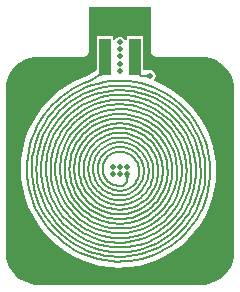
<source format=gbl>
%FSTAX44Y44*%
%MOMM*%
%SFA1B1*%

%IPPOS*%
%ADD11C,0.200000*%
%ADD21C,2.199996*%
%ADD22C,0.499999*%
%ADD24R,1.019998X3.169994*%
%LNpcb1-1*%
%LPD*%
G36*
X00094944Y00169365D02*
X00095258Y00167785D01*
X00096153Y00166445*
X00097493Y0016555*
X00099073Y00165236*
X00137128*
X00137269Y00165264*
X00141531Y00164928*
X00145826Y00163897*
X00149906Y00162207*
X00153672Y00159899*
X00157031Y00157031*
X00159899Y00153672*
X00162207Y00149906*
X00163897Y00145826*
X00164928Y00141531*
X00165264Y00137269*
X00165236Y00137128*
Y0*
X00165264Y-0000014*
X00164928Y-00004402*
X00163897Y-00008697*
X00162207Y-00012778*
X00159899Y-00016543*
X00157031Y-00019902*
X00153672Y-0002277*
X00149906Y-00025078*
X00145826Y-00026768*
X00141531Y-000278*
X00137269Y-00028135*
X00137128Y-00028107*
X0*
X-0000014Y-00028135*
X-00004402Y-000278*
X-00008697Y-00026768*
X-00012778Y-00025078*
X-00016543Y-0002277*
X-00019902Y-00019902*
X-0002277Y-00016543*
X-00025078Y-00012778*
X-00026768Y-00008697*
X-000278Y-00004402*
X-00028135Y-0000014*
X-00028107Y0*
Y00137128*
X-00028135Y00137269*
X-000278Y00141531*
X-00026768Y00145826*
X-00025078Y00149906*
X-0002277Y00153672*
X-00019902Y00157031*
X-00016543Y00159899*
X-00012778Y00162207*
X-00008697Y00163897*
X-00004402Y00164928*
X-0000014Y00165264*
X0Y00165236*
X00038054*
X00039634Y0016555*
X00040974Y00166445*
X00041869Y00167785*
X00042183Y00169365*
Y0020725*
X00094944*
Y00169365*
G37*
%LNpcb1-2*%
%LPC*%
G36*
X00088359Y00182595D02*
X00074159D01*
Y00179003*
X00072889Y00178751*
X00072378Y00179984*
X00071112Y0018125*
X00069459Y00181935*
X00067668*
X00066014Y0018125*
X00064748Y00179984*
X00064229Y00178731*
X00062959Y00178983*
Y00182595*
X00048759*
Y00154213*
X00040579Y0014902*
X00036361Y0014751*
X00028944Y00144003*
X00021907Y00139785*
X00015318Y00134898*
X00009239Y00129388*
X00003729Y00123309*
X-00001156Y00116719*
X-00005374Y00109683*
X-00008882Y00102266*
X-00011645Y00094541*
X-00013639Y00086583*
X-00014843Y00078468*
X-00015245Y00070273*
X-00014843Y00062079*
X-00013639Y00053964*
X-00011645Y00046005*
X-00008882Y00038281*
X-00005374Y00030864*
X-00001156Y00023827*
X00003729Y00017238*
X00009239Y00011159*
X00015318Y00005649*
X00021907Y00000762*
X00028944Y-00003454*
X00036361Y-00006962*
X00044085Y-00009725*
X00052044Y-00011719*
X00060159Y-00012923*
X00068353Y-00013325*
X0007113Y-00013189*
X00071487Y-0001326*
X0007169Y-0001322*
X0007208Y-00013142*
X00076431Y-00012928*
X00084352Y-00011753*
X0009212Y-00009808*
X0009966Y-0000711*
X00106898Y-00003686*
X00113767Y00000429*
X00120199Y00005199*
X00126132Y00010576*
X0013151Y0001651*
X0013628Y00022941*
X00140397Y0002981*
X0014382Y00037049*
X00146518Y00044588*
X00148464Y00052356*
X00149639Y00060277*
X00150032Y00068275*
X00149639Y00076273*
X00148464Y00084194*
X00146518Y00091962*
X0014382Y00099501*
X00140397Y0010674*
X0013628Y00113609*
X0013151Y0012004*
X00126132Y00125974*
X00120199Y00131351*
X00113767Y00136122*
X00106898Y00140238*
X0009966Y00143662*
X00097981Y00144263*
X00097762Y0014569*
X00098671Y0014705*
X0009906Y00149001*
X00098671Y00150952*
X00097566Y00152606*
X00095912Y00153711*
X00093961Y00154099*
X00088409*
X00088359Y00154133*
Y00182595*
G37*
%LNpcb1-3*%
%LPD*%
G36*
X00053674Y00148957D02*
X00053512Y00149073D01*
X00053307Y00149139*
X00053059Y00149155*
X00052768Y0014912*
X00052434Y00149035*
X00052057Y00148899*
X00051637Y00148714*
X00051174Y00148477*
X0005012Y00147854*
X00049101Y00149577*
X00049555Y00149877*
X00050276Y00150427*
X00050542Y00150678*
X00050745Y00150912*
X00050886Y0015113*
X00050963Y0015133*
X00050978Y00151514*
X00050931Y00151682*
X0005082Y00151833*
X00053674Y00148957*
G37*
G36*
X00092176Y00147251D02*
X00092023Y00147394D01*
X0009186Y00147521*
X00091686Y00147634*
X00091502Y00147731*
X00091307Y00147814*
X00091101Y00147881*
X00090884Y00147934*
X00090657Y00147971*
X00090419Y00147994*
X0009017Y00148001*
Y00150001*
X00090419Y00150009*
X00090657Y00150031*
X00090884Y00150069*
X00091101Y00150121*
X00091307Y00150189*
X00091502Y00150271*
X00091686Y00150369*
X0009186Y00150481*
X00092023Y00150609*
X00092176Y00150751*
Y00147251*
G37*
G36*
X00076171Y00063627D02*
X00076043Y00063463D01*
X00075931Y00063289*
X00075833Y00063104*
X00075751Y00062909*
X00075683Y00062703*
X00075631Y00062486*
X00075593Y00062259*
X00075571Y00062021*
X00075563Y00061772*
X00073563*
X00073556Y00062021*
X00073533Y00062259*
X00073496Y00062486*
X00073443Y00062703*
X00073376Y00062909*
X00073293Y00063104*
X00073196Y00063289*
X00073083Y00063463*
X00072956Y00063627*
X00072813Y00063778*
X00076313*
X00076171Y00063627*
G37*
G54D11*
X00068932Y00055785D02*
D01*
X00069325Y00055799*
X00069716Y0005584*
X00070103Y00055908*
X00070485Y00056003*
X00070858Y00056125*
X00071223Y00056272*
X00071576Y00056444*
X00071916Y00056641*
X00072242Y00056861*
X00072552Y00057103*
X00072844Y00057366*
X00073117Y00057649*
X0007337Y0005795*
X00073601Y00058268*
X00073809Y00058601*
X00073994Y00058948*
X00074153Y00059307*
X00074288Y00059676*
X00074396Y00060054*
X00074478Y00060439*
X00074532Y00060828*
X0007456Y0006122*
X00074563Y00061416*
X00067615Y00088759D02*
D01*
X00066328Y00088663*
X0006505Y00088477*
X00063788Y00088202*
X00062549Y0008784*
X00061338Y00087392*
X00060161Y00086861*
X00059024Y00086249*
X00057932Y00085559*
X00056891Y00084795*
X00055906Y0008396*
X00054982Y00083058*
X00054123Y00082094*
X00053333Y00081072*
X00052616Y00079998*
X00051976Y00078877*
X00051416Y00077713*
X00050938Y00076514*
X00050546Y00075284*
X0005024Y00074029*
X00050022Y00072757*
X00049893Y00071472*
X00049855Y00070181*
X00049906Y00068891*
X00050048Y00067607*
X00050279Y00066337*
X00050597Y00065085*
X00051002Y00063859*
X00051492Y00062665*
X00052064Y00061507*
X00052715Y00060392*
X00053443Y00059325*
X00054243Y00058312*
X00055112Y00057356*
X00056045Y00056464*
X00057039Y00055639*
X00058087Y00054885*
X00059186Y00054207*
X00060329Y00053606*
X00061511Y00053087*
X00062727Y00052651*
X0006397Y00052302*
X00065234Y0005204*
X00066513Y00051866*
X00067802Y00051783*
X00069092Y00051788*
X00067775Y00084762D02*
D01*
X00066766Y00084687*
X00065765Y00084541*
X00064776Y00084325*
X00063804Y00084041*
X00062855Y00083691*
X00061933Y00083274*
X00061042Y00082795*
X00060186Y00082254*
X0005937Y00081655*
X00058598Y00081001*
X00057874Y00080294*
X000572Y00079538*
X00056581Y00078738*
X00056019Y00077896*
X00055518Y00077017*
X00055079Y00076105*
X00054704Y00075165*
X00054397Y00074201*
X00054157Y00073218*
X00053986Y0007222*
X00053885Y00071213*
X00053855Y00070201*
X00053896Y0006919*
X00054006Y00068184*
X00054187Y00067188*
X00054437Y00066208*
X00054754Y00065247*
X00055138Y0006431*
X00055586Y00063403*
X00056097Y00062529*
X00056667Y00061693*
X00057294Y00060898*
X00057975Y0006015*
X00058707Y0005945*
X00059485Y00058804*
X00060307Y00058213*
X00061168Y00057681*
X00062064Y0005721*
X0006299Y00056804*
X00063943Y00056462*
X00064918Y00056188*
X00065908Y00055983*
X00066911Y00055847*
X00067921Y00055781*
X00068932Y00055785*
X00067295Y00096752D02*
D01*
X00065451Y00096614*
X0006362Y00096348*
X00061813Y00095954*
X00060038Y00095435*
X00058303Y00094794*
X00056617Y00094033*
X00054988Y00093156*
X00053424Y00092168*
X00051933Y00091073*
X00050523Y00089877*
X00049199Y00088586*
X00047968Y00087205*
X00046836Y00085742*
X0004581Y00084203*
X00044893Y00082597*
X0004409Y0008093*
X00043406Y00079212*
X00042843Y0007745*
X00042405Y00075653*
X00042093Y00073829*
X00041909Y00071989*
X00041854Y0007014*
X00041928Y00068292*
X0004213Y00066453*
X0004246Y00064633*
X00042917Y00062841*
X00043497Y00061085*
X00044199Y00059373*
X00045018Y00057715*
X00045951Y00056117*
X00046993Y00054589*
X00048139Y00053138*
X00049384Y00051769*
X00050721Y00050491*
X00052143Y00049309*
X00053645Y0004823*
X00055219Y00047257*
X00056856Y00046397*
X0005855Y00045653*
X00060291Y00045029*
X00062072Y00044528*
X00063883Y00044153*
X00065716Y00043905*
X00067562Y00043785*
X00069411Y00043794*
X00069571Y00039798D02*
D01*
X00071555Y00039947*
X00073524Y00040234*
X00075467Y00040657*
X00077377Y00041215*
X00079242Y00041905*
X00081056Y00042723*
X00082807Y00043666*
X00084489Y00044729*
X00086092Y00045906*
X0008761Y00047192*
X00089034Y00048581*
X00090357Y00050066*
X00091574Y0005164*
X00092678Y00053295*
X00093664Y00055023*
X00094527Y00056815*
X00095263Y00058663*
X00095868Y00060558*
X0009634Y0006249*
X00096675Y00064451*
X00096873Y0006643*
X00096933Y00068419*
X00096853Y00070407*
X00096635Y00072384*
X0009628Y00074341*
X00095789Y00076269*
X00095165Y00078158*
X00094411Y00079998*
X00093529Y00081782*
X00092526Y00083499*
X00091405Y00085143*
X00090173Y00086704*
X00088834Y00088176*
X00087397Y00089551*
X00085866Y00090822*
X00084251Y00091983*
X00082559Y00093028*
X00080798Y00093953*
X00078976Y00094753*
X00077104Y00095424*
X00075189Y00095963*
X00073241Y00096367*
X0007127Y00096634*
X00069285Y00096762*
X00067295Y00096752*
X00069092Y00051788D02*
D01*
X00070241Y00051874*
X00071381Y00052041*
X00072506Y00052286*
X00073611Y00052609*
X00074692Y00053008*
X00075741Y00053482*
X00076756Y00054028*
X00077729Y00054643*
X00078657Y00055325*
X00079536Y00056069*
X0008036Y00056873*
X00081127Y00057733*
X00081831Y00058644*
X0008247Y00059602*
X00083041Y00060603*
X00083541Y0006164*
X00083967Y0006271*
X00084317Y00063807*
X0008459Y00064926*
X00084784Y00066061*
X00084899Y00067207*
X00084933Y00068359*
X00084887Y00069509*
X00084761Y00070654*
X00084555Y00071787*
X00084271Y00072903*
X0008391Y00073997*
X00083473Y00075063*
X00082963Y00076095*
X00082382Y0007709*
X00081733Y00078041*
X0008102Y00078945*
X00080245Y00079797*
X00079412Y00080593*
X00078526Y00081329*
X00077591Y00082001*
X00076611Y00082606*
X00075592Y00083142*
X00074537Y00083605*
X00073453Y00083993*
X00072344Y00084305*
X00071217Y00084539*
X00070075Y00084694*
X00068926Y00084768*
X00067775Y00084762*
X00069252Y00047791D02*
D01*
X00070679Y00047898*
X00072095Y00048105*
X00073493Y00048409*
X00074867Y0004881*
X00076209Y00049306*
X00077513Y00049895*
X00078773Y00050573*
X00079983Y00051337*
X00081136Y00052184*
X00082228Y0005311*
X00083252Y00054109*
X00084204Y00055177*
X0008508Y00056309*
X00085874Y00057499*
X00086583Y00058742*
X00087204Y00060031*
X00087733Y0006136*
X00088168Y00062724*
X00088508Y00064114*
X00088749Y00065524*
X00088892Y00066948*
X00088935Y00068378*
X00088877Y00069808*
X00088721Y0007123*
X00088465Y00072638*
X00088112Y00074024*
X00087663Y00075383*
X0008712Y00076707*
X00086487Y0007799*
X00085765Y00079226*
X00084959Y00080408*
X00084072Y00081531*
X0008311Y0008259*
X00082075Y00083578*
X00080975Y00084493*
X00079813Y00085328*
X00078595Y0008608*
X00077329Y00086746*
X00076019Y00087321*
X00074672Y00087804*
X00073294Y00088191*
X00071893Y00088482*
X00070475Y00088674*
X00069047Y00088767*
X00067616Y00088759*
X00067615*
X00067455Y00092756D02*
D01*
X00065889Y00092639*
X00064335Y00092413*
X00062801Y00092078*
X00061293Y00091638*
X0005982Y00091093*
X00058389Y00090447*
X00057006Y00089703*
X00055678Y00088864*
X00054412Y00087935*
X00053214Y00086919*
X0005209Y00085823*
X00051045Y0008465*
X00050084Y00083408*
X00049213Y00082102*
X00048435Y00080738*
X00047753Y00079323*
X00047172Y00077864*
X00046694Y00076368*
X00046322Y00074842*
X00046057Y00073294*
X00045901Y00071731*
X00045854Y00070161*
X00045916Y00068592*
X00046088Y00067031*
X00046369Y00065486*
X00046756Y00063964*
X00047249Y00062473*
X00047845Y0006102*
X0004854Y00059612*
X00049332Y00058256*
X00050217Y00056958*
X0005119Y00055725*
X00052247Y00054564*
X00053382Y00053478*
X0005459Y00052475*
X00055865Y00051558*
X00057201Y00050733*
X00058592Y00050002*
X0006003Y00049371*
X00061508Y00048841*
X0006302Y00048416*
X00064557Y00048097*
X00066114Y00047886*
X00067681Y00047785*
X00069251Y00047792*
X00069252Y00047791*
X00069411Y00043794D02*
D01*
X00071117Y00043922*
X00072809Y00044169*
X0007448Y00044533*
X00076121Y00045012*
X00077725Y00045605*
X00079284Y00046309*
X0008079Y00047119*
X00082236Y00048033*
X00083614Y00049045*
X00084919Y00050151*
X00086143Y00051345*
X00087281Y00052621*
X00088327Y00053974*
X00089276Y00055397*
X00090124Y00056882*
X00090865Y00058423*
X00091498Y00060011*
X00092018Y0006164*
X00092424Y00063302*
X00092712Y00064987*
X00092882Y00066689*
X00092934Y00068398*
X00092865Y00070107*
X00092678Y00071807*
X00092373Y0007349*
X00091951Y00075147*
X00091414Y0007677*
X00090765Y00078353*
X00090008Y00079886*
X00089146Y00081363*
X00088182Y00082776*
X00087123Y00084118*
X00085972Y00085383*
X00084736Y00086565*
X0008342Y00087657*
X00082032Y00088656*
X00080577Y00089555*
X00079063Y0009035*
X00077497Y00091038*
X00075887Y00091615*
X00074241Y00092078*
X00072567Y00092425*
X00070872Y00092654*
X00069165Y00092765*
X00067455Y00092756*
X00069891Y00031804D02*
D01*
X00072432Y00031995*
X00074953Y00032362*
X00077442Y00032904*
X00079888Y00033619*
X00082277Y00034502*
X000846Y0003555*
X00086843Y00036757*
X00088997Y00038118*
X0009105Y00039626*
X00092994Y00041273*
X00094817Y00043053*
X00096513Y00044954*
X00098071Y0004697*
X00099485Y00049089*
X00100748Y00051302*
X00101853Y00053597*
X00102796Y00055964*
X00103571Y00058391*
X00104175Y00060866*
X00104604Y00063377*
X00104858Y00065912*
X00104934Y00068459*
X00104832Y00071004*
X00104553Y00073537*
X00104098Y00076043*
X00103469Y00078512*
X0010267Y00080931*
X00101704Y00083289*
X00100576Y00085573*
X00099291Y00087773*
X00097856Y00089878*
X00096277Y00091877*
X00094563Y00093762*
X00092721Y00095523*
X00090761Y0009715*
X00088693Y00098637*
X00086525Y00099977*
X0008427Y00101161*
X00081937Y00102186*
X00079539Y00103045*
X00077086Y00103735*
X00074592Y00104252*
X00072067Y00104594*
X00069525Y00104759*
X00066977Y00104746*
X00066976*
X0007005Y00027807D02*
D01*
X00072869Y00028019*
X00075667Y00028426*
X00078429Y00029028*
X00081142Y00029821*
X00083794Y00030801*
X0008637Y00031964*
X0008886Y00033303*
X0009125Y00034814*
X00093528Y00036487*
X00095684Y00038314*
X00097708Y00040288*
X00099589Y00042399*
X00101318Y00044635*
X00102887Y00046986*
X00104288Y00049442*
X00105515Y00051989*
X0010656Y00054615*
X0010742Y00057308*
X0010809Y00060054*
X00108567Y00062841*
X00108849Y00065653*
X00108933Y00068479*
X0010882Y00071304*
X00108511Y00074114*
X00108006Y00076895*
X00107308Y00079634*
X00106421Y00082319*
X00105349Y00084934*
X00104097Y00087469*
X00102671Y0008991*
X00101079Y00092245*
X00099327Y00094464*
X00097425Y00096555*
X00095382Y00098509*
X00093207Y00100315*
X00090912Y00101965*
X00088507Y00103451*
X00086004Y00104766*
X00083416Y00105903*
X00080755Y00106856*
X00078033Y00107621*
X00075266Y00108195*
X00072464Y00108575*
X00069643Y00108757*
X00066816Y00108743*
X0007021Y00023811D02*
D01*
X00073308Y00024044*
X00076381Y00024491*
X00079416Y00025153*
X00082398Y00026024*
X00085311Y00027101*
X00088142Y00028378*
X00090877Y0002985*
X00093503Y00031509*
X00096007Y00033348*
X00098376Y00035357*
X001006Y00037525*
X00102666Y00039844*
X00104566Y00042301*
X0010629Y00044885*
X0010783Y00047583*
X00109177Y00050381*
X00110326Y00053267*
X00111271Y00056226*
X00112007Y00059243*
X00112531Y00062305*
X00112841Y00065396*
X00112933Y00068501*
X00112809Y00071604*
X00112469Y00074692*
X00111914Y00077748*
X00111148Y00080758*
X00110173Y00083707*
X00108995Y00086581*
X00107619Y00089366*
X00106053Y00092048*
X00104303Y00094614*
X00102378Y00097052*
X00100288Y0009935*
X00098043Y00101496*
X00095654Y00103481*
X00093132Y00105294*
X00090489Y00106926*
X00087739Y00108371*
X00084895Y0010962*
X00081971Y00110668*
X00078981Y00111509*
X0007594Y00112139*
X00072862Y00112556*
X00069762Y00112757*
X00066657Y00112739*
X00069731Y00035801D02*
D01*
X00071994Y00035971*
X00074238Y00036298*
X00076455Y00036781*
X00078632Y00037417*
X0008076Y00038204*
X00082828Y00039137*
X00084825Y00040212*
X00086743Y00041424*
X00088571Y00042766*
X00090302Y00044233*
X00091925Y00045817*
X00093435Y00047511*
X00094822Y00049305*
X00096081Y00051192*
X00097206Y00053162*
X0009819Y00055206*
X00099029Y00057314*
X00099719Y00059475*
X00100257Y00061679*
X00100639Y00063915*
X00100865Y00066172*
X00100933Y00068439*
X00100842Y00070706*
X00100594Y00072961*
X00100189Y00075193*
X00099629Y00077391*
X00098917Y00079545*
X00098056Y00081644*
X00097052Y00083678*
X00095908Y00085636*
X0009463Y00087511*
X00093224Y00089291*
X00091698Y00090969*
X00090058Y00092537*
X00088313Y00093986*
X00086471Y0009531*
X00084541Y00096503*
X00082533Y00097558*
X00080456Y0009847*
X0007832Y00099235*
X00076137Y00099849*
X00073916Y0010031*
X00071668Y00100614*
X00069404Y00100761*
X00067136Y00100749*
X00070849Y00007823D02*
D01*
X0007506Y00008139*
X00079239Y00008748*
X00083365Y00009646*
X00087419Y00010831*
X0009138Y00012295*
X00095229Y00014032*
X00098947Y00016033*
X00102517Y00018289*
X00105921Y00020788*
X00109142Y00023519*
X00112165Y00026468*
X00114975Y0002962*
X00117558Y00032961*
X00119902Y00036473*
X00121995Y00040141*
X00123827Y00043946*
X00125389Y00047869*
X00126674Y00051891*
X00127675Y00055994*
X00128387Y00060156*
X00128808Y00064358*
X00128934Y00068579*
X00128765Y00072799*
X00128303Y00076996*
X00127549Y00081151*
X00126506Y00085243*
X00125181Y00089253*
X0012358Y0009316*
X0012171Y00096946*
X0011958Y00100593*
X00117201Y00104082*
X00114584Y00107396*
X00111743Y0011052*
X00108691Y00113438*
X00105442Y00116137*
X00102013Y00118601*
X00098421Y00120821*
X00094683Y00122785*
X00090816Y00124483*
X00086841Y00125908*
X00082776Y00127051*
X00078641Y00127909*
X00074456Y00128475*
X00070242Y00128749*
X00066019Y00128727*
X00066018*
X00070529Y00015817D02*
D01*
X00074184Y00016091*
X0007781Y00016619*
X0008139Y000174*
X00084908Y00018427*
X00088345Y00019698*
X00091685Y00021205*
X00094912Y00022942*
X00098009Y00024899*
X00100963Y00027068*
X00103758Y00029438*
X00106382Y00031996*
X0010882Y00034732*
X00111061Y00037631*
X00113095Y00040679*
X00114911Y00043861*
X00116501Y00047163*
X00117857Y00050568*
X00118972Y00054058*
X0011984Y00057618*
X00120458Y0006123*
X00120823Y00064876*
X00120932Y00068539*
X00120786Y00072201*
X00120385Y00075843*
X00119731Y00079449*
X00118826Y00083*
X00117676Y00086479*
X00116286Y0008987*
X00114663Y00093155*
X00112815Y0009632*
X00110751Y00099347*
X0010848Y00102223*
X00106015Y00104934*
X00103366Y00107466*
X00100547Y00109808*
X00097572Y00111947*
X00094454Y00113873*
X0009121Y00115577*
X00087855Y00117051*
X00084405Y00118287*
X00080878Y00119279*
X0007729Y00120023*
X00073658Y00120515*
X00070002Y00120752*
X00066337Y00120733*
X00070689Y0001182D02*
D01*
X00074622Y00012115*
X00078524Y00012684*
X00082378Y00013523*
X00086163Y00014629*
X00089862Y00015997*
X00093457Y00017619*
X00096929Y00019488*
X00100263Y00021594*
X00103442Y00023928*
X0010645Y00026478*
X00109273Y00029232*
X00111897Y00032176*
X00114309Y00035296*
X00116498Y00038577*
X00118453Y00042002*
X00120164Y00045555*
X00121623Y00049219*
X00122822Y00052976*
X00123757Y00056807*
X00124422Y00060694*
X00124815Y00064618*
X00124933Y0006856*
X00124775Y000725*
X00124343Y0007642*
X00123639Y000803*
X00122666Y00084122*
X00121428Y00087866*
X00119932Y00091515*
X00118186Y00095051*
X00116197Y00098457*
X00113975Y00101715*
X00111532Y0010481*
X00108878Y00107728*
X00106027Y00110453*
X00102994Y00112973*
X00099792Y00115274*
X00096437Y00117348*
X00092945Y00119181*
X00089335Y00120767*
X00085622Y00122097*
X00081826Y00123165*
X00077964Y00123966*
X00074056Y00124495*
X00070121Y0012475*
X00066177Y0012473*
X00071008Y00003826D02*
D01*
X00075498Y00004163*
X00079953Y00004812*
X00084352Y0000577*
X00088673Y00007033*
X00092896Y00008594*
X00097Y00010446*
X00100964Y00012579*
X0010477Y00014984*
X00108399Y00017649*
X00111833Y0002056*
X00115056Y00023703*
X00118051Y00027064*
X00120805Y00030626*
X00123304Y00034371*
X00125535Y00038281*
X00127488Y00042337*
X00129154Y0004652*
X00130524Y00050808*
X00131591Y00055182*
X00132351Y0005962*
X00132799Y00064099*
X00132933Y000686*
X00132753Y00073098*
X0013226Y00077573*
X00131456Y00082003*
X00130345Y00086366*
X00128932Y0009064*
X00127225Y00094806*
X00125231Y00098842*
X0012296Y0010273*
X00120424Y0010645*
X00117635Y00109983*
X00114605Y00113314*
X00111351Y00116425*
X00107888Y00119301*
X00104232Y00121929*
X00100402Y00124296*
X00096417Y00126389*
X00092295Y001282*
X00088056Y00129718*
X00083723Y00130938*
X00079314Y00131851*
X00074853Y00132455*
X0007036Y00132747*
X00065858Y00132724*
X00071168Y-00000168D02*
D01*
X00075936Y00000188*
X00080667Y00000877*
X00085339Y00001895*
X00089928Y00003236*
X00094413Y00004894*
X00098771Y0000686*
X00102981Y00009126*
X00107023Y0001168*
X00110877Y0001451*
X00114524Y00017601*
X00117947Y0002094*
X00121128Y00024509*
X00124053Y00028292*
X00126706Y00032269*
X00129076Y00036422*
X0013115Y00040729*
X00132919Y00045171*
X00134374Y00049726*
X00135507Y00054371*
X00136313Y00059083*
X00136789Y00063841*
X00136932Y0006862*
X00136741Y00073397*
X00136217Y0007815*
X00135364Y00082854*
X00134184Y00087488*
X00132683Y00092027*
X0013087Y00096451*
X00128752Y00100738*
X00126341Y00104866*
X00123647Y00108817*
X00120685Y0011257*
X00117468Y00116106*
X00114012Y0011941*
X00110334Y00122465*
X00106452Y00125256*
X00102384Y00127769*
X00098151Y00129993*
X00093774Y00131915*
X00089273Y00133528*
X0008467Y00134823*
X00079989Y00135793*
X00075251Y00136435*
X00070479Y00136744*
X00065698Y0013672*
X0007037Y00019814D02*
D01*
X00073746Y00020068*
X00077096Y00020555*
X00080404Y00021276*
X00083653Y00022225*
X00086828Y00023399*
X00089914Y00024791*
X00092895Y00026396*
X00095757Y00028204*
X00098485Y00030207*
X00101068Y00032396*
X00103491Y0003476*
X00105743Y00037287*
X00107814Y00039965*
X00109693Y00042781*
X00111371Y00045722*
X0011284Y00048772*
X00114092Y00051917*
X00115122Y00055141*
X00115924Y0005843*
X00116495Y00061767*
X00116832Y00065135*
X00116933Y00068519*
X00116798Y00071902*
X00116428Y00075266*
X00115823Y00078597*
X00114988Y00081878*
X00113925Y00085092*
X00112641Y00088224*
X00111142Y00091259*
X00109435Y00094182*
X00107528Y00096979*
X0010543Y00099637*
X00103152Y00102141*
X00100706Y0010448*
X00098101Y00106643*
X00095353Y00108619*
X00092473Y00110399*
X00089476Y00111973*
X00086377Y00113334*
X0008319Y00114476*
X00079931Y00115393*
X00076616Y0011608*
X00073262Y00116534*
X00069884Y00116753*
X00066498Y00116736*
X00066497*
X00066337Y00120733D02*
D01*
X00062822Y0012047*
X00059334Y00119962*
X0005589Y00119212*
X00052507Y00118223*
X00049201Y00117001*
X00045988Y00115551*
X00042884Y0011388*
X00039904Y00111997*
X00037063Y00109911*
X00034374Y00107632*
X00031851Y00105171*
X00029505Y0010254*
X00027349Y00099751*
X00025393Y00096819*
X00023646Y00093758*
X00022117Y00090581*
X00020813Y00087307*
X0001974Y00083949*
X00018904Y00080525*
X0001831Y0007705*
X00017959Y00073543*
X00017854Y0007002*
X00017994Y00066497*
X0001838Y00062994*
X0001901Y00059526*
X0001988Y0005611*
X00020986Y00052763*
X00022323Y00049502*
X00023884Y00046341*
X00025662Y00043297*
X00027647Y00040385*
X00029832Y00037618*
X00032203Y00035011*
X00034751Y00032575*
X00037463Y00030323*
X00040325Y00028265*
X00043323Y00026412*
X00046444Y00024773*
X00049671Y00023356*
X00052989Y00022167*
X00056383Y00021212*
X00059834Y00020497*
X00063327Y00020024*
X00066844Y00019796*
X00070369Y00019813*
X0007037Y00019814*
X00066177Y0012473D02*
D01*
X00062384Y00124446*
X0005862Y00123898*
X00054903Y00123088*
X00051251Y00122021*
X00047683Y00120702*
X00044216Y00119137*
X00040866Y00117335*
X0003765Y00115303*
X00034584Y00113051*
X00031682Y00110591*
X00028959Y00107935*
X00026428Y00105095*
X00024101Y00102086*
X0002199Y00098921*
X00020104Y00095617*
X00018454Y0009219*
X00017046Y00088656*
X00015889Y00085032*
X00014988Y00081336*
X00014346Y00077587*
X00013967Y00073801*
X00013854Y00069999*
X00014006Y00066198*
X00014422Y00062417*
X00015102Y00058674*
X0001604Y00054988*
X00017234Y00051376*
X00018677Y00047856*
X00020362Y00044445*
X0002228Y0004116*
X00024423Y00038017*
X0002678Y00035032*
X0002934Y00032217*
X0003209Y00029589*
X00035016Y00027158*
X00038105Y00024938*
X00041341Y00022938*
X00044709Y00021169*
X00048192Y00019639*
X00051773Y00018356*
X00055435Y00017326*
X0005916Y00016554*
X00062929Y00016043*
X00066725Y00015797*
X00070529Y00015816*
Y00015817*
X00066018Y00128727D02*
D01*
X00061947Y00128422*
X00057906Y00127833*
X00053916Y00126964*
X00049997Y00125819*
X00046167Y00124403*
X00042445Y00122724*
X0003885Y00120789*
X00035398Y00118607*
X00032107Y00116191*
X00028992Y0011355*
X00026069Y00110699*
X00023352Y00107651*
X00020855Y00104421*
X00018588Y00101024*
X00016565Y00097478*
X00014793Y00093799*
X00013283Y00090005*
X0001204Y00086116*
X00011073Y00082149*
X00010384Y00078124*
X00009977Y00074061*
X00009855Y0006998*
X00010019Y000659*
X00010466Y00061841*
X00011195Y00057824*
X00012203Y00053867*
X00013484Y0004999*
X00015033Y00046211*
X00016841Y00042551*
X00018901Y00039025*
X00021201Y00035651*
X00023731Y00032446*
X00026478Y00029426*
X0002943Y00026604*
X00032571Y00023995*
X00035886Y00021612*
X0003936Y00019466*
X00042975Y00017567*
X00046713Y00015925*
X00050557Y00014548*
X00054488Y00013442*
X00058486Y00012613*
X00062533Y00012065*
X00066607Y00011801*
X00070689Y0001182*
X00065858Y00132724D02*
D01*
X00061508Y00132398*
X00057191Y00131769*
X00052929Y00130841*
X00048742Y00129617*
X0004465Y00128105*
X00040673Y0012631*
X00036832Y00124243*
X00033144Y00121913*
X00029628Y00119331*
X000263Y0011651*
X00023177Y00113464*
X00020275Y00110208*
X00017606Y00106756*
X00015185Y00103128*
X00013023Y00099339*
X0001113Y00095408*
X00009516Y00091355*
X00008189Y00087199*
X00007155Y00082961*
X00006419Y00078662*
X00005985Y00074321*
X00005854Y0006996*
X00006028Y00065601*
X00006506Y00061265*
X00007285Y00056973*
X00008362Y00052745*
X00009731Y00048603*
X00011385Y00044567*
X00013317Y00040656*
X00015518Y00036889*
X00017975Y00033284*
X00020678Y0002986*
X00023613Y00026633*
X00026767Y00023618*
X00030123Y00020831*
X00033665Y00018285*
X00037376Y00015992*
X00041238Y00013963*
X00045232Y00012209*
X00049339Y00010737*
X00053538Y00009556*
X0005781Y0000867*
X00062133Y00008085*
X00066486Y00007802*
X00070848Y00007824*
X00070849Y00007823*
X00065698Y0013672D02*
D01*
X0006107Y00136373*
X00056477Y00135704*
X00051941Y00134716*
X00047486Y00133415*
X00043132Y00131805*
X00038901Y00129896*
X00034814Y00127696*
X0003089Y00125217*
X00027149Y0012247*
X00023608Y00119468*
X00020285Y00116227*
X00017197Y00112762*
X00014358Y0010909*
X00011782Y00105229*
X00009481Y00101198*
X00007467Y00097016*
X0000575Y00092703*
X00004338Y00088282*
X00003238Y00083772*
X00002455Y00079197*
X00001993Y00074578*
X00001854Y00069939*
X0000204Y00065301*
X00002548Y00060687*
X00003377Y0005612*
X00004522Y00051622*
X00005979Y00047215*
X00007739Y0004292*
X00009795Y00038759*
X00012136Y00034751*
X00014751Y00030916*
X00017627Y00027272*
X0002075Y00023839*
X00024105Y00020631*
X00027676Y00017665*
X00031445Y00014956*
X00035393Y00012516*
X00039503Y00010358*
X00043753Y00008491*
X00048122Y00006926*
X0005259Y00005669*
X00057135Y00004726*
X00061735Y00004104*
X00066367Y00003803*
X00071008Y00003826*
X00065539Y00140717D02*
D01*
X00060632Y00140349*
X00055763Y0013964*
X00050955Y00138593*
X00046231Y00137213*
X00041616Y00135506*
X0003713Y00133482*
X00032798Y0013115*
X00028637Y00128521*
X00024671Y00125609*
X00020917Y00122427*
X00017395Y00118991*
X00014121Y00115318*
X00011111Y00111425*
X00008379Y00107332*
X00005941Y00103057*
X00003806Y00098624*
X00001985Y00094052*
X00000488Y00089365*
X-00000677Y00084584*
X-00001507Y00079734*
X-00001997Y00074837*
X-00002144Y00069919*
X-00001947Y00065002*
X-00001408Y0006011*
X-00000529Y00055269*
X00000684Y000505*
X00002228Y00045828*
X00004094Y00041275*
X00006274Y00036863*
X00008756Y00032614*
X00011528Y00028548*
X00014577Y00024686*
X00017888Y00021045*
X00021445Y00017645*
X0002523Y00014501*
X00029226Y00011628*
X00033412Y00009042*
X00037769Y00006753*
X00042274Y00004775*
X00046906Y00003115*
X00051643Y00001782*
X00056462Y00000784*
X00061338Y00000123*
X00066249Y-00000194*
X00071168Y-00000168*
X00065379Y00144714D02*
D01*
X00060194Y00144326*
X00055048Y00143576*
X00049967Y00142469*
X00044976Y00141011*
X00040098Y00139208*
X00035359Y00137069*
X00030779Y00134605*
X00026383Y00131827*
X00022192Y00128749*
X00018226Y00125387*
X00014503Y00121756*
X00011043Y00117874*
X00007862Y0011376*
X00004976Y00109435*
X00002399Y00104918*
X00000143Y00100233*
X-0000178Y00095402*
X-00003362Y00090448*
X-00004595Y00085397*
X-00005472Y00080271*
X-00005989Y00075097*
X-00006145Y00069899*
X-00005937Y00064703*
X-00005368Y00059535*
X-00004439Y00054418*
X-00003156Y00049379*
X-00001524Y00044441*
X00000447Y0003963*
X0000275Y00034968*
X00005373Y00030477*
X00008302Y00026181*
X00011524Y00022099*
X00015023Y00018252*
X00018782Y00014659*
X00022782Y00011337*
X00027004Y00008301*
X00031428Y00005568*
X00036031Y0000315*
X00040792Y00001058*
X00045688Y-00000694*
X00050693Y-00002102*
X00055785Y-00003158*
X00060938Y-00003856*
X00066127Y-00004193*
X00071327Y-00004166*
X00071328Y-00004165*
X00043163Y00144622D02*
D01*
X00038038Y00142684*
X00033061Y00140393*
X00028256Y0013776*
X00023646Y00134799*
X00019254Y00131523*
X00015101Y00127949*
X00011207Y00124094*
X00007592Y00119976*
X00004273Y00115617*
X00001266Y00111036*
X-00001413Y00106257*
X-00003753Y00101303*
X-00005742Y00096197*
X-0000737Y00090965*
X-00008628Y00085633*
X-00009512Y00080225*
X-00010017Y00074769*
X-0001014Y00069291*
X-0000988Y00063818*
X-00009239Y00058377*
X-0000822Y00052993*
X-00006828Y00047693*
X-0000507Y00042504*
X-00002954Y0003745*
X-00000491Y00032555*
X00002307Y00027845*
X00005427Y00023341*
X00008854Y00019066*
X00012571Y0001504*
X0001656Y00011284*
X00020801Y00007815*
X00025274Y00004649*
X00029957Y00001804*
X00034826Y-00000706*
X00039859Y-00002872*
X00045031Y-00004681*
X00050317Y-00006125*
X0005569Y-00007198*
X00061125Y-00007892*
X00066595Y-00008206*
X00071487Y-00008162*
D01*
X00076812Y-00007763*
X00082096Y-00006993*
X00087313Y-00005857*
X00092438Y-00004359*
X00097447Y-00002508*
X00102314Y-00000312*
X00107016Y00002217*
X0011153Y0000507*
X00115834Y0000823*
X00119907Y00011683*
X00123729Y00015411*
X00127282Y00019397*
X00130548Y00023622*
X00133512Y00028063*
X00136158Y00032701*
X00138475Y00037512*
X0014045Y00042472*
X00142075Y00047559*
X00143341Y00052746*
X00144242Y0005801*
X00144773Y00063323*
X00144932Y0006866*
X00144719Y00073995*
X00144134Y00079303*
X00143181Y00084556*
X00141863Y00089731*
X00140187Y00094801*
X00138162Y00099741*
X00135798Y00104529*
X00133104Y0010914*
X00130097Y00113551*
X00126788Y00117742*
X00123195Y00121693*
X00119336Y00125383*
X00115228Y00128794*
X00110892Y00131911*
X0010635Y00134718*
X00101623Y00137201*
X00096734Y00139348*
X00091707Y00141149*
X00086567Y00142595*
X00081339Y00143679*
X00076047Y00144395*
X00070719Y00144741*
X00065379Y00144714*
X00071328Y-00004165D02*
D01*
X00076375Y-00003787*
X00081382Y-00003057*
X00086327Y-0000198*
X00091184Y-00000561*
X0009593Y00001192*
X00100543Y00003274*
X00104999Y00005672*
X00109277Y00008375*
X00113356Y0001137*
X00117216Y00014642*
X00120838Y00018176*
X00124206Y00021954*
X00127301Y00025957*
X00130109Y00030166*
X00132617Y00034562*
X00134813Y00039121*
X00136685Y00043822*
X00138225Y00048643*
X00139424Y00053559*
X00140278Y00058547*
X00140781Y00063582*
X00140932Y0006864*
X0014073Y00073697*
X00140176Y00078727*
X00139272Y00083706*
X00138023Y0008861*
X00136435Y00093415*
X00134516Y00098097*
X00132275Y00102634*
X00129722Y00107004*
X00126872Y00111184*
X00123736Y00115156*
X00120331Y001189*
X00116673Y00122397*
X00112781Y0012563*
X00108672Y00128584*
X00104367Y00131244*
X00099887Y00133597*
X00095254Y00135632*
X0009049Y00137339*
X00085618Y00138709*
X00080663Y00139736*
X00075649Y00140415*
X00070599Y00140743*
X00065539Y00140717*
X00066497Y00116736D02*
D01*
X00063261Y00116494*
X00060049Y00116026*
X00056878Y00115335*
X00053762Y00114425*
X00050718Y00113299*
X0004776Y00111964*
X00044902Y00110426*
X00042158Y00108692*
X00039542Y00106771*
X00037066Y00104672*
X00034743Y00102406*
X00032583Y00099983*
X00030598Y00097416*
X00028796Y00094716*
X00027188Y00091897*
X0002578Y00088972*
X00024579Y00085957*
X00023592Y00082865*
X00022822Y00079712*
X00022275Y00076513*
X00021952Y00073283*
X00021855Y00070039*
X00021984Y00066796*
X0002234Y0006357*
X0002292Y00060376*
X00023721Y00057231*
X00024739Y0005415*
X0002597Y00051146*
X00027408Y00048236*
X00029045Y00045434*
X00030873Y00042752*
X00032884Y00040205*
X00035068Y00037804*
X00037414Y00035561*
X00039911Y00033487*
X00042547Y00031593*
X00045308Y00029886*
X00048181Y00028377*
X00051153Y00027072*
X00054208Y00025977*
X00057332Y00025099*
X00060511Y0002444*
X00063727Y00024004*
X00066966Y00023794*
X0007021Y00023811*
X00066657Y00112739D02*
D01*
X00063699Y00112517*
X00060764Y0011209*
X00057865Y00111459*
X00055018Y00110627*
X00052235Y00109598*
X00049532Y00108378*
X00046919Y00106972*
X00044412Y00105387*
X0004202Y00103632*
X00039758Y00101713*
X00037634Y00099642*
X00035661Y00097428*
X00033846Y00095081*
X000322Y00092613*
X00030729Y00090037*
X00029442Y00087364*
X00028345Y00084608*
X00027442Y00081782*
X00026739Y000789*
X00026239Y00075976*
X00025944Y00073025*
X00025855Y0007006*
X00025974Y00067095*
X00026298Y00064147*
X00026828Y00061228*
X0002756Y00058353*
X00028491Y00055537*
X00029616Y00052792*
X0003093Y00050132*
X00032426Y00047571*
X00034097Y0004512*
X00035935Y00042791*
X00037932Y00040597*
X00040076Y00038547*
X00042358Y00036652*
X00044766Y0003492*
X0004729Y00033361*
X00049916Y00031981*
X00052632Y00030789*
X00055425Y00029788*
X0005828Y00028985*
X00061185Y00028382*
X00064125Y00027984*
X00067085Y00027792*
X0007005Y00027807*
X00066816Y00108743D02*
D01*
X00064137Y00108542*
X00061477Y00108155*
X00058852Y00107583*
X00056272Y0010683*
X00053752Y00105898*
X00051302Y00104792*
X00048936Y00103519*
X00046664Y00102083*
X00044499Y00100493*
X00042448Y00098755*
X00040525Y00096879*
X00038737Y00094873*
X00037093Y00092747*
X00035602Y00090512*
X0003427Y00088178*
X00033104Y00085757*
X0003211Y0008326*
X00031292Y000807*
X00030655Y0007809*
X00030202Y00075441*
X00029934Y00072767*
X00029854Y00070081*
X00029961Y00067396*
X00030256Y00064725*
X00030736Y00062081*
X00031399Y00059477*
X00032242Y00056925*
X00033261Y00054439*
X00034452Y00052029*
X00035807Y00049709*
X0003732Y00047489*
X00038986Y00045379*
X00040794Y00043391*
X00042736Y00041534*
X00044803Y00039818*
X00046985Y00038249*
X00049271Y00036836*
X0005165Y00035587*
X00054111Y00034506*
X0005664Y000336*
X00059227Y00032872*
X00061859Y00032326*
X00064522Y00031966*
X00067203Y00031792*
X0006989Y00031805*
X00069891Y00031804*
X00066976Y00104746D02*
D01*
X00064575Y00104566*
X00062192Y00104219*
X00059839Y00103707*
X00057528Y00103032*
X00055269Y00102196*
X00053074Y00101206*
X00050954Y00100065*
X00048918Y00098779*
X00046977Y00097353*
X0004514Y00095796*
X00043416Y00094115*
X00041814Y00092317*
X00040341Y00090412*
X00039005Y00088409*
X00037811Y00086318*
X00036767Y00084148*
X00035876Y00081911*
X00035143Y00079617*
X00034572Y00077278*
X00034166Y00074904*
X00033926Y00072508*
X00033854Y00070101*
X0003395Y00067695*
X00034214Y00065302*
X00034644Y00062932*
X00035238Y00060599*
X00035994Y00058312*
X00036907Y00056084*
X00037974Y00053925*
X00039188Y00051846*
X00040545Y00049856*
X00042037Y00047966*
X00043657Y00046185*
X00045398Y00044521*
X0004725Y00042982*
X00049205Y00041577*
X00051254Y00040311*
X00053385Y00039191*
X0005559Y00038222*
X00057857Y0003741*
X00060175Y00036758*
X00062533Y00036269*
X00064919Y00035946*
X00067322Y0003579*
X0006973Y00035802*
X00069731Y00035801*
X00067136Y00100749D02*
D01*
X00065013Y0010059*
X00062907Y00100283*
X00060827Y0009983*
X00058783Y00099233*
X00056787Y00098495*
X00054846Y00097619*
X00052971Y0009661*
X00051172Y00095473*
X00049456Y00094213*
X00047832Y00092837*
X00046308Y0009135*
X00044891Y00089761*
X00043589Y00088077*
X00042408Y00086306*
X00041352Y00084457*
X00040429Y00082538*
X00039641Y00080561*
X00038994Y00078532*
X00038489Y00076464*
X0003813Y00074366*
X00037918Y00072248*
X00037854Y0007012*
X00037939Y00067993*
X00038173Y00065876*
X00038553Y00063782*
X00039078Y00061719*
X00039746Y00059697*
X00040554Y00057728*
X00041497Y00055819*
X0004257Y00053981*
X0004377Y00052222*
X00045089Y00050551*
X00046521Y00048976*
X0004806Y00047505*
X00049698Y00046144*
X00051426Y00044902*
X00053237Y00043783*
X00055122Y00042793*
X00057071Y00041937*
X00059076Y00041219*
X00061125Y00040642*
X00063209Y0004021*
X00065319Y00039924*
X00067444Y00039787*
X00069571Y00039798*
X00074563Y00061416D02*
Y00065563D01*
X00083258Y00151997D02*
Y00152339D01*
X00085359Y00149896D02*
X00085701D01*
X00086595Y00149001D02*
X00093961D01*
X00083258Y00151997D02*
X00085359Y00149896D01*
X00085701D02*
X00086595Y00149001D01*
X00043163Y00144622D02*
X00055318Y00152339D01*
G54D21*
X00137128Y00137128D03*
Y0D03*
X0D03*
Y00137128D03*
G54D22*
X00113622Y00162586D03*
X00106172D03*
X00106234Y00155194D03*
X00106295Y00147801D03*
X00113745D03*
X00121195D03*
X00113684Y00155194D03*
X00121072Y00162586D03*
X00121134Y00155194D03*
X00128584D03*
X00128522Y00162586D03*
X00135972D03*
X00015932Y00147801D03*
X00000908Y00162586D03*
X0000842Y00155194D03*
X00023381Y00147801D03*
X00030832D03*
X0002332Y00155194D03*
X0001587D03*
X00015808Y00162586D03*
X00008358D03*
X00023258D03*
X00030708D03*
X0003077Y00155194D03*
X-00010672Y00015932D03*
X-00025457Y00000908D03*
X-00018065Y0000842D03*
X-00010672Y00023381D03*
Y00030832D03*
X-00018065Y0002332D03*
Y0001587D03*
X-00025457Y00015808D03*
Y00008358D03*
Y00023258D03*
Y00030708D03*
X-00018065Y0003077D03*
Y0003822D03*
X-00025457Y00038158D03*
Y00045608D03*
X-00018065Y0004567D03*
Y0005312D03*
X-00025457Y00053058D03*
Y00060508D03*
X-00018065Y0006057D03*
Y0006802D03*
X-00025457Y00067958D03*
Y00075408D03*
X-00018065Y0007547D03*
X-00025457Y00135972D03*
Y00128522D03*
X-00018065Y00128584D03*
Y00121134D03*
X-00025457Y00121072D03*
X-00018065Y00113684D03*
X-00010672Y00121195D03*
Y00113745D03*
Y00106295D03*
X-00018065Y00106234D03*
X-00025457Y00106172D03*
Y00098722D03*
X-00018065Y00098784D03*
Y00091334D03*
X-00025457Y00091272D03*
Y00083822D03*
X-00018065Y00083884D03*
X-00025457Y00113622D03*
X00147801Y00121195D03*
X00162586Y00136219D03*
X00155194Y00128707D03*
X00147801Y00113745D03*
Y00106295D03*
X00155194Y00113807D03*
Y00121257D03*
X00162586Y00121319D03*
Y00128769D03*
Y00113869D03*
Y00106419D03*
X00155194Y00106357D03*
Y00098907D03*
X00162586Y00098969D03*
Y00091519D03*
X00155194Y00091457D03*
Y00084007D03*
X00162586Y00084069D03*
Y00076619D03*
X00155194Y00076557D03*
Y00069107D03*
X00162586Y00069169D03*
Y00061719D03*
X00155194Y00061657D03*
X00162586Y00001155D03*
Y00008605D03*
X00155194Y00008543D03*
Y00015993D03*
X00162586Y00016055D03*
X00155194Y00023443D03*
X00147801Y00015932D03*
Y00023381D03*
Y00030832D03*
X00155194Y00030893D03*
X00162586Y00030955D03*
Y00038405D03*
X00155194Y00038343D03*
Y00045793D03*
X00162586Y00045855D03*
Y00053305D03*
X00155194Y00053243D03*
X00162586Y00023505D03*
X00023505Y-00025457D03*
X00053243Y-00018065D03*
X00053305Y-00025457D03*
X00045855D03*
X00045793Y-00018065D03*
X00038343D03*
X00038405Y-00025457D03*
X00030955D03*
X00030893Y-00018065D03*
X00030832Y-00010672D03*
X00023381D03*
X00015932D03*
X00023443Y-00018065D03*
X00016055Y-00025457D03*
X00015993Y-00018065D03*
X00008543D03*
X00008605Y-00025457D03*
X00001155D03*
X00061657Y-00018065D03*
X00061719Y-00025457D03*
X00069169D03*
X00069107Y-00018065D03*
X00076557D03*
X00076619Y-00025457D03*
X00084069D03*
X00084007Y-00018065D03*
X00091457D03*
X00091519Y-00025457D03*
X00098969D03*
X00098907Y-00018065D03*
X00106357D03*
X00106419Y-00025457D03*
X00113869D03*
X00128769D03*
X00121319D03*
X00121257Y-00018065D03*
X00113807D03*
X00106295Y-00010672D03*
X00113745D03*
X00093961Y00149001D03*
X00128707Y-00018065D03*
X00136219Y-00025457D03*
X00083547Y0020433D03*
X00090999Y0020439D03*
X00091118Y00189486D03*
X00091059Y00196938D03*
X00083607Y00196878D03*
X00083666Y00189426D03*
X00068643Y00204211D03*
X00076095Y0020427D03*
X00076214Y00189366D03*
X00076155Y00196818D03*
X00068702Y00196759D03*
X00068762Y00189307D03*
X00053739Y00204092D03*
X00053798Y00196639D03*
X00046346Y0019658D03*
X00046287Y00204032D03*
X00061251Y00196699D03*
X00061191Y00204151D03*
X0006131Y00189247D03*
X00046406Y00189128D03*
X00053858Y00189187D03*
X00121195Y-00010672D03*
X00068563Y00153435D03*
Y00159435D03*
Y00165435D03*
Y00171435D03*
Y00177435D03*
Y00071563D03*
Y00065563D03*
X00062563D03*
Y00071563D03*
X00074563Y00065563D03*
Y00071563D03*
G54D24*
X00081259Y00164746D03*
X00055859D03*
M02*
</source>
